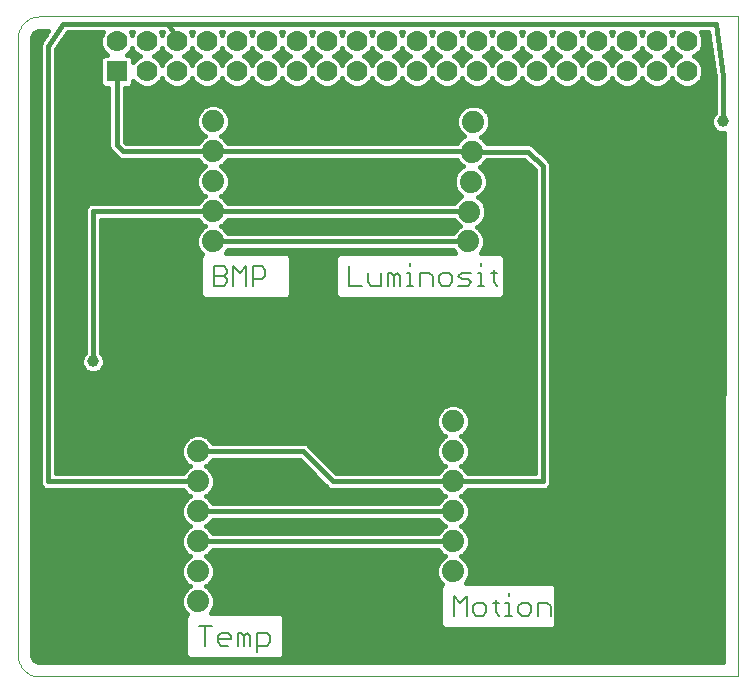
<source format=gtl>
G75*
%MOIN*%
%OFA0B0*%
%FSLAX24Y24*%
%IPPOS*%
%LPD*%
%AMOC8*
5,1,8,0,0,1.08239X$1,22.5*
%
%ADD10C,0.0000*%
%ADD11C,0.0060*%
%ADD12C,0.0740*%
%ADD13R,0.0700X0.0700*%
%ADD14C,0.0700*%
%ADD15C,0.0160*%
%ADD16C,0.0396*%
D10*
X001207Y000500D02*
X024492Y000500D01*
X024500Y022500D01*
X001207Y022500D01*
X001157Y022498D01*
X001106Y022493D01*
X001057Y022484D01*
X001008Y022471D01*
X000960Y022455D01*
X000913Y022436D01*
X000868Y022414D01*
X000825Y022388D01*
X000783Y022359D01*
X000744Y022327D01*
X000707Y022293D01*
X000673Y022256D01*
X000641Y022217D01*
X000612Y022175D01*
X000586Y022132D01*
X000564Y022087D01*
X000545Y022040D01*
X000529Y021992D01*
X000516Y021943D01*
X000507Y021894D01*
X000502Y021843D01*
X000500Y021793D01*
X000500Y001207D01*
X000502Y001157D01*
X000507Y001106D01*
X000516Y001057D01*
X000529Y001008D01*
X000545Y000960D01*
X000564Y000913D01*
X000586Y000868D01*
X000612Y000825D01*
X000641Y000783D01*
X000673Y000744D01*
X000707Y000707D01*
X000744Y000673D01*
X000783Y000641D01*
X000825Y000612D01*
X000868Y000586D01*
X000913Y000564D01*
X000960Y000545D01*
X001008Y000529D01*
X001057Y000516D01*
X001106Y000507D01*
X001157Y000502D01*
X001207Y000500D01*
D11*
X006530Y002171D02*
X006957Y002171D01*
X006744Y002171D02*
X006744Y001530D01*
X007175Y001637D02*
X007175Y001850D01*
X007281Y001957D01*
X007495Y001957D01*
X007602Y001850D01*
X007602Y001744D01*
X007175Y001744D01*
X007175Y001637D02*
X007281Y001530D01*
X007495Y001530D01*
X007819Y001530D02*
X007819Y001957D01*
X007926Y001957D01*
X008033Y001850D01*
X008139Y001957D01*
X008246Y001850D01*
X008246Y001530D01*
X008033Y001530D02*
X008033Y001850D01*
X008464Y001957D02*
X008784Y001957D01*
X008891Y001850D01*
X008891Y001637D01*
X008784Y001530D01*
X008464Y001530D01*
X008464Y001316D02*
X008464Y001957D01*
X015030Y002530D02*
X015030Y003171D01*
X015244Y002957D01*
X015457Y003171D01*
X015457Y002530D01*
X015675Y002637D02*
X015781Y002530D01*
X015995Y002530D01*
X016102Y002637D01*
X016102Y002850D01*
X015995Y002957D01*
X015781Y002957D01*
X015675Y002850D01*
X015675Y002637D01*
X016319Y002957D02*
X016533Y002957D01*
X016426Y003064D02*
X016426Y002637D01*
X016533Y002530D01*
X016749Y002530D02*
X016962Y002530D01*
X016856Y002530D02*
X016856Y002957D01*
X016749Y002957D01*
X016856Y003171D02*
X016856Y003277D01*
X017178Y002850D02*
X017285Y002957D01*
X017499Y002957D01*
X017606Y002850D01*
X017606Y002637D01*
X017499Y002530D01*
X017285Y002530D01*
X017178Y002637D01*
X017178Y002850D01*
X017823Y002957D02*
X017823Y002530D01*
X018250Y002530D02*
X018250Y002850D01*
X018143Y002957D01*
X017823Y002957D01*
X017007Y013316D02*
X016900Y013316D01*
X017007Y013316D02*
X017113Y013423D01*
X017113Y013957D01*
X016686Y013957D02*
X016686Y013637D01*
X016793Y013530D01*
X017113Y013530D01*
X016470Y013530D02*
X016363Y013637D01*
X016363Y014064D01*
X016257Y013957D02*
X016470Y013957D01*
X015934Y013957D02*
X015934Y013530D01*
X015827Y013530D02*
X016041Y013530D01*
X015934Y013957D02*
X015827Y013957D01*
X015609Y013957D02*
X015289Y013957D01*
X015182Y013850D01*
X015289Y013744D01*
X015503Y013744D01*
X015609Y013637D01*
X015503Y013530D01*
X015182Y013530D01*
X014965Y013637D02*
X014965Y013850D01*
X014858Y013957D01*
X014645Y013957D01*
X014538Y013850D01*
X014538Y013637D01*
X014645Y013530D01*
X014858Y013530D01*
X014965Y013637D01*
X014320Y013530D02*
X014320Y013850D01*
X014214Y013957D01*
X013893Y013957D01*
X013893Y013530D01*
X013677Y013530D02*
X013464Y013530D01*
X013570Y013530D02*
X013570Y013957D01*
X013464Y013957D01*
X013570Y014171D02*
X013570Y014277D01*
X013246Y013850D02*
X013246Y013530D01*
X013033Y013530D02*
X013033Y013850D01*
X013139Y013957D01*
X013246Y013850D01*
X013033Y013850D02*
X012926Y013957D01*
X012819Y013957D01*
X012819Y013530D01*
X012602Y013530D02*
X012602Y013957D01*
X012175Y013957D02*
X012175Y013637D01*
X012281Y013530D01*
X012602Y013530D01*
X011957Y013530D02*
X011530Y013530D01*
X011530Y014171D01*
X008746Y014064D02*
X008746Y013850D01*
X008639Y013744D01*
X008319Y013744D01*
X008319Y013530D02*
X008319Y014171D01*
X008639Y014171D01*
X008746Y014064D01*
X008102Y014171D02*
X008102Y013530D01*
X007675Y013530D02*
X007675Y014171D01*
X007888Y013957D01*
X008102Y014171D01*
X007457Y014064D02*
X007457Y013957D01*
X007350Y013850D01*
X007030Y013850D01*
X007030Y013530D02*
X007030Y014171D01*
X007350Y014171D01*
X007457Y014064D01*
X007350Y013850D02*
X007457Y013744D01*
X007457Y013637D01*
X007350Y013530D01*
X007030Y013530D01*
X015934Y014171D02*
X015934Y014277D01*
D12*
X015500Y015000D03*
X015544Y015999D03*
X015587Y016998D03*
X015631Y017997D03*
X015674Y018996D03*
X007000Y019000D03*
X007000Y018000D03*
X007000Y017000D03*
X007000Y016000D03*
X007000Y015000D03*
X015000Y009000D03*
X015000Y008000D03*
X015000Y007000D03*
X015000Y006000D03*
X015000Y005000D03*
X015000Y004000D03*
X006500Y004000D03*
X006500Y003000D03*
X006500Y005000D03*
X006500Y006000D03*
X006500Y007000D03*
X006500Y008000D03*
D13*
X003795Y020669D03*
D14*
X004795Y020669D03*
X005795Y020669D03*
X006795Y020669D03*
X007795Y020669D03*
X008795Y020669D03*
X009795Y020669D03*
X010795Y020669D03*
X011795Y020669D03*
X012795Y020669D03*
X013795Y020669D03*
X014795Y020669D03*
X015795Y020669D03*
X016795Y020669D03*
X017795Y020669D03*
X018795Y020669D03*
X019795Y020669D03*
X020795Y020669D03*
X021795Y020669D03*
X022795Y020669D03*
X022795Y021669D03*
X021795Y021669D03*
X020795Y021669D03*
X019795Y021669D03*
X018795Y021669D03*
X017795Y021669D03*
X016795Y021669D03*
X015795Y021669D03*
X014795Y021669D03*
X013795Y021669D03*
X012795Y021669D03*
X011795Y021669D03*
X010795Y021669D03*
X009795Y021669D03*
X008795Y021669D03*
X007795Y021669D03*
X006795Y021669D03*
X005795Y021669D03*
X004795Y021669D03*
X003795Y021669D03*
D15*
X004295Y021439D02*
X004329Y021358D01*
X004484Y021203D01*
X004565Y021169D01*
X004484Y021136D01*
X004345Y020997D01*
X004345Y021102D01*
X004228Y021219D01*
X004123Y021219D01*
X004262Y021358D01*
X004295Y021439D01*
X004288Y021422D02*
X004302Y021422D01*
X004423Y021264D02*
X004167Y021264D01*
X004342Y021105D02*
X004453Y021105D01*
X005025Y021169D02*
X005107Y021203D01*
X005262Y021358D01*
X005295Y021439D01*
X005329Y021358D01*
X005484Y021203D01*
X005565Y021169D01*
X005484Y021136D01*
X005329Y020981D01*
X005295Y020899D01*
X005262Y020981D01*
X005107Y021136D01*
X005025Y021169D01*
X005137Y021105D02*
X005453Y021105D01*
X005423Y021264D02*
X005167Y021264D01*
X005288Y021422D02*
X005302Y021422D01*
X005795Y021669D02*
X005795Y021795D01*
X005500Y022250D01*
X002000Y022250D01*
X001500Y021500D01*
X001500Y007000D01*
X006500Y007000D01*
X007070Y006999D02*
X010606Y006999D01*
X010764Y006840D02*
X007051Y006840D01*
X007070Y006887D02*
X007070Y007113D01*
X006983Y007323D01*
X006823Y007483D01*
X006782Y007500D01*
X006823Y007517D01*
X006983Y007677D01*
X007001Y007720D01*
X009884Y007720D01*
X010841Y006763D01*
X010944Y006720D01*
X014499Y006720D01*
X014517Y006677D01*
X014677Y006517D01*
X014718Y006500D01*
X014677Y006483D01*
X014517Y006323D01*
X014499Y006280D01*
X007001Y006280D01*
X006983Y006323D01*
X006823Y006483D01*
X006782Y006500D01*
X006823Y006517D01*
X006983Y006677D01*
X007070Y006887D01*
X006985Y006682D02*
X014515Y006682D01*
X014671Y006523D02*
X006829Y006523D01*
X006942Y006365D02*
X014558Y006365D01*
X015000Y006000D02*
X006500Y006000D01*
X007001Y005720D02*
X014499Y005720D01*
X014517Y005677D01*
X014677Y005517D01*
X014718Y005500D01*
X014677Y005483D01*
X014517Y005323D01*
X014499Y005280D01*
X007001Y005280D01*
X006983Y005323D01*
X006823Y005483D01*
X006782Y005500D01*
X006823Y005517D01*
X006983Y005677D01*
X007001Y005720D01*
X006878Y005572D02*
X014622Y005572D01*
X014607Y005414D02*
X006893Y005414D01*
X006500Y005000D02*
X015000Y005000D01*
X015526Y004780D02*
X024014Y004780D01*
X024014Y004938D02*
X015570Y004938D01*
X015570Y004887D02*
X015570Y005113D01*
X015483Y005323D01*
X015323Y005483D01*
X015282Y005500D01*
X015323Y005517D01*
X015483Y005677D01*
X015570Y005887D01*
X015570Y006113D01*
X015483Y006323D01*
X015323Y006483D01*
X015282Y006500D01*
X015323Y006517D01*
X015483Y006677D01*
X015501Y006720D01*
X018056Y006720D01*
X018159Y006763D01*
X018237Y006841D01*
X018280Y006944D01*
X018280Y017445D01*
X018280Y017446D01*
X018280Y017501D01*
X018280Y017556D01*
X018280Y017556D01*
X018280Y017557D01*
X018258Y017608D01*
X018237Y017659D01*
X018236Y017660D01*
X018197Y017699D01*
X018159Y017737D01*
X018158Y017738D01*
X017695Y018196D01*
X017656Y018235D01*
X017655Y018235D01*
X017654Y018235D01*
X017604Y018256D01*
X017553Y018277D01*
X017552Y018277D01*
X017551Y018277D01*
X017496Y018277D01*
X016132Y018277D01*
X016114Y018320D01*
X015954Y018480D01*
X015936Y018488D01*
X015997Y018513D01*
X016158Y018673D01*
X016244Y018883D01*
X016244Y019110D01*
X016158Y019319D01*
X015997Y019479D01*
X015788Y019566D01*
X015561Y019566D01*
X015352Y019479D01*
X015191Y019319D01*
X015104Y019110D01*
X015104Y018883D01*
X015191Y018673D01*
X015352Y018513D01*
X015369Y018506D01*
X015308Y018480D01*
X015148Y018320D01*
X015131Y018280D01*
X007501Y018280D01*
X007483Y018323D01*
X007323Y018483D01*
X007282Y018500D01*
X007323Y018517D01*
X007483Y018677D01*
X007570Y018887D01*
X007570Y019113D01*
X007483Y019323D01*
X007323Y019483D01*
X007113Y019570D01*
X006887Y019570D01*
X006677Y019483D01*
X006517Y019323D01*
X006430Y019113D01*
X006430Y018887D01*
X006517Y018677D01*
X006677Y018517D01*
X006718Y018500D01*
X006677Y018483D01*
X006517Y018323D01*
X006499Y018280D01*
X004116Y018280D01*
X004075Y018321D01*
X004075Y020119D01*
X004228Y020119D01*
X004345Y020236D01*
X004345Y020341D01*
X004484Y020203D01*
X004686Y020119D01*
X004905Y020119D01*
X005107Y020203D01*
X005262Y020358D01*
X005295Y020439D01*
X005329Y020358D01*
X005484Y020203D01*
X005686Y020119D01*
X005905Y020119D01*
X006107Y020203D01*
X006262Y020358D01*
X006295Y020439D01*
X006329Y020358D01*
X006484Y020203D01*
X006686Y020119D01*
X006905Y020119D01*
X007107Y020203D01*
X007262Y020358D01*
X007295Y020439D01*
X007329Y020358D01*
X007484Y020203D01*
X007686Y020119D01*
X007905Y020119D01*
X008107Y020203D01*
X008262Y020358D01*
X008295Y020439D01*
X008329Y020358D01*
X008484Y020203D01*
X008686Y020119D01*
X008905Y020119D01*
X009107Y020203D01*
X009262Y020358D01*
X009295Y020439D01*
X009329Y020358D01*
X009484Y020203D01*
X009686Y020119D01*
X009905Y020119D01*
X010107Y020203D01*
X010262Y020358D01*
X010295Y020439D01*
X010329Y020358D01*
X010484Y020203D01*
X010686Y020119D01*
X010905Y020119D01*
X011107Y020203D01*
X011262Y020358D01*
X011295Y020439D01*
X011329Y020358D01*
X011484Y020203D01*
X011686Y020119D01*
X011905Y020119D01*
X012107Y020203D01*
X012262Y020358D01*
X012295Y020439D01*
X012329Y020358D01*
X012484Y020203D01*
X012686Y020119D01*
X012905Y020119D01*
X013107Y020203D01*
X013262Y020358D01*
X013295Y020439D01*
X013329Y020358D01*
X013484Y020203D01*
X013686Y020119D01*
X013905Y020119D01*
X014107Y020203D01*
X014262Y020358D01*
X014295Y020439D01*
X014329Y020358D01*
X014484Y020203D01*
X014686Y020119D01*
X014905Y020119D01*
X015107Y020203D01*
X015262Y020358D01*
X015295Y020439D01*
X015329Y020358D01*
X015484Y020203D01*
X015686Y020119D01*
X015905Y020119D01*
X016107Y020203D01*
X016262Y020358D01*
X016295Y020439D01*
X016329Y020358D01*
X016484Y020203D01*
X016686Y020119D01*
X016905Y020119D01*
X017107Y020203D01*
X017262Y020358D01*
X017295Y020439D01*
X017329Y020358D01*
X017484Y020203D01*
X017686Y020119D01*
X017905Y020119D01*
X018107Y020203D01*
X018262Y020358D01*
X018295Y020439D01*
X018329Y020358D01*
X018484Y020203D01*
X018686Y020119D01*
X018905Y020119D01*
X019107Y020203D01*
X019262Y020358D01*
X019295Y020439D01*
X019329Y020358D01*
X019484Y020203D01*
X019686Y020119D01*
X019905Y020119D01*
X020107Y020203D01*
X020262Y020358D01*
X020295Y020439D01*
X020329Y020358D01*
X020484Y020203D01*
X020686Y020119D01*
X020905Y020119D01*
X021107Y020203D01*
X021262Y020358D01*
X021295Y020439D01*
X021329Y020358D01*
X021484Y020203D01*
X021686Y020119D01*
X021905Y020119D01*
X022107Y020203D01*
X022262Y020358D01*
X022295Y020439D01*
X022329Y020358D01*
X022484Y020203D01*
X022686Y020119D01*
X022905Y020119D01*
X023107Y020203D01*
X023262Y020358D01*
X023345Y020560D01*
X023345Y020779D01*
X023262Y020981D01*
X023107Y021136D01*
X023025Y021169D01*
X023107Y021203D01*
X023262Y021358D01*
X023345Y021560D01*
X023345Y021779D01*
X023266Y021970D01*
X023507Y021970D01*
X023720Y020480D01*
X023720Y019283D01*
X023662Y019226D01*
X023602Y019079D01*
X023602Y018921D01*
X023662Y018774D01*
X023774Y018662D01*
X023921Y018602D01*
X024019Y018602D01*
X024012Y000980D01*
X001207Y000980D01*
X001172Y000983D01*
X001104Y001005D01*
X001047Y001047D01*
X001005Y001104D01*
X000983Y001172D01*
X000980Y001207D01*
X000980Y021793D01*
X000983Y021828D01*
X001005Y021896D01*
X001047Y021953D01*
X001104Y021995D01*
X001172Y022017D01*
X001207Y022020D01*
X001510Y022020D01*
X001282Y021678D01*
X001263Y021659D01*
X001252Y021632D01*
X001236Y021609D01*
X001231Y021582D01*
X001220Y021556D01*
X001220Y021527D01*
X001215Y021500D01*
X001220Y021472D01*
X001220Y006944D01*
X001263Y006841D01*
X001341Y006763D01*
X001444Y006720D01*
X005999Y006720D01*
X006017Y006677D01*
X006177Y006517D01*
X006218Y006500D01*
X006177Y006483D01*
X006017Y006323D01*
X005930Y006113D01*
X005930Y005887D01*
X006017Y005677D01*
X006177Y005517D01*
X006218Y005500D01*
X006177Y005483D01*
X006017Y005323D01*
X005930Y005113D01*
X005930Y004887D01*
X006017Y004677D01*
X006177Y004517D01*
X006218Y004500D01*
X006177Y004483D01*
X006017Y004323D01*
X005930Y004113D01*
X005930Y003887D01*
X006017Y003677D01*
X006177Y003517D01*
X006218Y003500D01*
X006177Y003483D01*
X006017Y003323D01*
X005930Y003113D01*
X005930Y002887D01*
X006017Y002677D01*
X006122Y002572D01*
X006117Y002567D01*
X006103Y002549D01*
X006091Y002530D01*
X006082Y002510D01*
X006074Y002489D01*
X006069Y002467D01*
X006067Y002445D01*
X006067Y001255D01*
X006069Y001233D01*
X006074Y001211D01*
X006082Y001190D01*
X006091Y001170D01*
X006103Y001151D01*
X006117Y001133D01*
X006133Y001117D01*
X006151Y001103D01*
X006170Y001091D01*
X006190Y001082D01*
X006211Y001074D01*
X006233Y001069D01*
X006255Y001067D01*
X009194Y001067D01*
X009216Y001069D01*
X009238Y001074D01*
X009259Y001082D01*
X009280Y001091D01*
X009299Y001103D01*
X009316Y001117D01*
X009332Y001133D01*
X009346Y001151D01*
X009358Y001170D01*
X009368Y001190D01*
X009375Y001211D01*
X009380Y001233D01*
X009383Y001255D01*
X009383Y002445D01*
X009380Y002467D01*
X009375Y002489D01*
X009368Y002510D01*
X009358Y002530D01*
X009346Y002549D01*
X009332Y002567D01*
X009316Y002583D01*
X009299Y002597D01*
X009280Y002609D01*
X009259Y002618D01*
X009238Y002626D01*
X009216Y002631D01*
X009194Y002633D01*
X006939Y002633D01*
X006983Y002677D01*
X007070Y002887D01*
X007070Y003113D01*
X006983Y003323D01*
X006823Y003483D01*
X006782Y003500D01*
X006823Y003517D01*
X006983Y003677D01*
X007070Y003887D01*
X007070Y004113D01*
X006983Y004323D01*
X006823Y004483D01*
X006782Y004500D01*
X006823Y004517D01*
X006983Y004677D01*
X007001Y004720D01*
X014499Y004720D01*
X014517Y004677D01*
X014677Y004517D01*
X014718Y004500D01*
X014677Y004483D01*
X014517Y004323D01*
X014430Y004113D01*
X014430Y003887D01*
X014517Y003677D01*
X014622Y003572D01*
X014617Y003567D01*
X014603Y003549D01*
X014591Y003530D01*
X014582Y003510D01*
X014574Y003489D01*
X014569Y003467D01*
X014567Y003445D01*
X014567Y002255D01*
X014569Y002233D01*
X014574Y002211D01*
X014582Y002190D01*
X014591Y002170D01*
X014603Y002151D01*
X014617Y002133D01*
X014633Y002117D01*
X014651Y002103D01*
X014670Y002091D01*
X014690Y002082D01*
X014711Y002074D01*
X014733Y002069D01*
X014755Y002067D01*
X018253Y002067D01*
X018275Y002069D01*
X018297Y002074D01*
X018318Y002082D01*
X018338Y002091D01*
X018357Y002103D01*
X018375Y002117D01*
X018391Y002133D01*
X018405Y002151D01*
X018417Y002170D01*
X018426Y002190D01*
X018434Y002211D01*
X018439Y002233D01*
X018441Y002255D01*
X018441Y003445D01*
X018439Y003467D01*
X018434Y003489D01*
X018426Y003510D01*
X018417Y003530D01*
X018405Y003549D01*
X018391Y003567D01*
X018375Y003583D01*
X018357Y003597D01*
X018338Y003609D01*
X018318Y003618D01*
X018297Y003626D01*
X018275Y003631D01*
X018253Y003633D01*
X015439Y003633D01*
X015483Y003677D01*
X015570Y003887D01*
X015570Y004113D01*
X015483Y004323D01*
X015323Y004483D01*
X015282Y004500D01*
X015323Y004517D01*
X015483Y004677D01*
X015570Y004887D01*
X015570Y005097D02*
X024014Y005097D01*
X024014Y005255D02*
X015511Y005255D01*
X015393Y005414D02*
X024014Y005414D01*
X024014Y005572D02*
X015378Y005572D01*
X015505Y005731D02*
X024014Y005731D01*
X024014Y005889D02*
X015570Y005889D01*
X015570Y006048D02*
X024014Y006048D01*
X024014Y006206D02*
X015532Y006206D01*
X015442Y006365D02*
X024014Y006365D01*
X024014Y006523D02*
X015329Y006523D01*
X015485Y006682D02*
X024014Y006682D01*
X024014Y006840D02*
X018236Y006840D01*
X018280Y006999D02*
X024014Y006999D01*
X024015Y007157D02*
X018280Y007157D01*
X018280Y007316D02*
X024015Y007316D01*
X024015Y007474D02*
X018280Y007474D01*
X018280Y007633D02*
X024015Y007633D01*
X024015Y007791D02*
X018280Y007791D01*
X018280Y007950D02*
X024015Y007950D01*
X024015Y008108D02*
X018280Y008108D01*
X018280Y008267D02*
X024015Y008267D01*
X024015Y008425D02*
X018280Y008425D01*
X018280Y008584D02*
X024015Y008584D01*
X024015Y008742D02*
X018280Y008742D01*
X018280Y008901D02*
X024015Y008901D01*
X024015Y009059D02*
X018280Y009059D01*
X018280Y009218D02*
X024015Y009218D01*
X024015Y009376D02*
X018280Y009376D01*
X018280Y009535D02*
X024015Y009535D01*
X024015Y009693D02*
X018280Y009693D01*
X018280Y009852D02*
X024015Y009852D01*
X024016Y010010D02*
X018280Y010010D01*
X018280Y010169D02*
X024016Y010169D01*
X024016Y010327D02*
X018280Y010327D01*
X018280Y010486D02*
X024016Y010486D01*
X024016Y010644D02*
X018280Y010644D01*
X018280Y010803D02*
X024016Y010803D01*
X024016Y010961D02*
X018280Y010961D01*
X018280Y011120D02*
X024016Y011120D01*
X024016Y011278D02*
X018280Y011278D01*
X018280Y011437D02*
X024016Y011437D01*
X024016Y011595D02*
X018280Y011595D01*
X018280Y011754D02*
X024016Y011754D01*
X024016Y011912D02*
X018280Y011912D01*
X018280Y012071D02*
X024016Y012071D01*
X024016Y012229D02*
X018280Y012229D01*
X018280Y012388D02*
X024016Y012388D01*
X024016Y012546D02*
X018280Y012546D01*
X018280Y012705D02*
X024016Y012705D01*
X024017Y012863D02*
X018280Y012863D01*
X018280Y013022D02*
X024017Y013022D01*
X024017Y013180D02*
X018280Y013180D01*
X018280Y013339D02*
X024017Y013339D01*
X024017Y013497D02*
X018280Y013497D01*
X018280Y013656D02*
X024017Y013656D01*
X024017Y013814D02*
X018280Y013814D01*
X018280Y013973D02*
X024017Y013973D01*
X024017Y014131D02*
X018280Y014131D01*
X018280Y014290D02*
X024017Y014290D01*
X024017Y014448D02*
X018280Y014448D01*
X018280Y014607D02*
X024017Y014607D01*
X024017Y014765D02*
X018280Y014765D01*
X018280Y014924D02*
X024017Y014924D01*
X024017Y015082D02*
X018280Y015082D01*
X018280Y015241D02*
X024017Y015241D01*
X024017Y015399D02*
X018280Y015399D01*
X018280Y015558D02*
X024018Y015558D01*
X024018Y015716D02*
X018280Y015716D01*
X018280Y015875D02*
X024018Y015875D01*
X024018Y016033D02*
X018280Y016033D01*
X018280Y016192D02*
X024018Y016192D01*
X024018Y016350D02*
X018280Y016350D01*
X018280Y016509D02*
X024018Y016509D01*
X024018Y016667D02*
X018280Y016667D01*
X018280Y016826D02*
X024018Y016826D01*
X024018Y016984D02*
X018280Y016984D01*
X018280Y017143D02*
X024018Y017143D01*
X024018Y017301D02*
X018280Y017301D01*
X018280Y017460D02*
X024018Y017460D01*
X024018Y017618D02*
X018254Y017618D01*
X018237Y017659D02*
X018237Y017659D01*
X018119Y017777D02*
X024018Y017777D01*
X024018Y017935D02*
X017958Y017935D01*
X017798Y018094D02*
X024018Y018094D01*
X024018Y018252D02*
X017614Y018252D01*
X017497Y017997D02*
X018000Y017500D01*
X018000Y007000D01*
X015000Y007000D01*
X011000Y007000D01*
X010000Y008000D01*
X006500Y008000D01*
X007001Y008280D02*
X006983Y008323D01*
X006823Y008483D01*
X006613Y008570D01*
X006387Y008570D01*
X006177Y008483D01*
X006017Y008323D01*
X005930Y008113D01*
X005930Y007887D01*
X006017Y007677D01*
X006177Y007517D01*
X006218Y007500D01*
X006177Y007483D01*
X006017Y007323D01*
X005999Y007280D01*
X001780Y007280D01*
X001780Y021415D01*
X002150Y021970D01*
X003325Y021970D01*
X003245Y021779D01*
X003245Y021560D01*
X003329Y021358D01*
X003467Y021219D01*
X003362Y021219D01*
X003245Y021102D01*
X003245Y020236D01*
X003362Y020119D01*
X003515Y020119D01*
X003515Y018149D01*
X003558Y018046D01*
X003763Y017841D01*
X003841Y017763D01*
X003944Y017720D01*
X006499Y017720D01*
X006517Y017677D01*
X006677Y017517D01*
X006718Y017500D01*
X006677Y017483D01*
X006517Y017323D01*
X006430Y017113D01*
X006430Y016887D01*
X006517Y016677D01*
X006677Y016517D01*
X006718Y016500D01*
X006677Y016483D01*
X006517Y016323D01*
X006499Y016280D01*
X002944Y016280D01*
X002841Y016237D01*
X002763Y016159D01*
X002720Y016056D01*
X002720Y011283D01*
X002662Y011226D01*
X002602Y011079D01*
X002602Y010921D01*
X002662Y010774D01*
X002774Y010662D01*
X002921Y010602D01*
X003079Y010602D01*
X003226Y010662D01*
X003338Y010774D01*
X003398Y010921D01*
X003398Y011079D01*
X003338Y011226D01*
X003280Y011283D01*
X003280Y015720D01*
X006499Y015720D01*
X006517Y015677D01*
X006677Y015517D01*
X006718Y015500D01*
X006677Y015483D01*
X006517Y015323D01*
X006430Y015113D01*
X006430Y014887D01*
X006517Y014677D01*
X006622Y014572D01*
X006617Y014567D01*
X006603Y014549D01*
X006591Y014530D01*
X006582Y014510D01*
X006574Y014489D01*
X006569Y014467D01*
X006567Y014445D01*
X006567Y013255D01*
X006569Y013233D01*
X006574Y013211D01*
X006582Y013190D01*
X006591Y013170D01*
X006603Y013151D01*
X006617Y013133D01*
X006633Y013117D01*
X006651Y013103D01*
X006670Y013091D01*
X006690Y013082D01*
X006711Y013074D01*
X006733Y013069D01*
X006755Y013067D01*
X009413Y013067D01*
X009435Y013069D01*
X009457Y013074D01*
X009478Y013082D01*
X009498Y013091D01*
X009517Y013103D01*
X009535Y013117D01*
X009551Y013133D01*
X009565Y013151D01*
X009577Y013170D01*
X009587Y013190D01*
X009594Y013211D01*
X009599Y013233D01*
X009602Y013255D01*
X009602Y014445D01*
X009599Y014467D01*
X009594Y014489D01*
X009587Y014510D01*
X009577Y014530D01*
X009565Y014549D01*
X009551Y014567D01*
X009535Y014583D01*
X009517Y014597D01*
X009498Y014609D01*
X009478Y014618D01*
X009457Y014626D01*
X009435Y014631D01*
X009413Y014633D01*
X007439Y014633D01*
X007483Y014677D01*
X007501Y014720D01*
X014999Y014720D01*
X015017Y014677D01*
X015061Y014633D01*
X011255Y014633D01*
X011233Y014631D01*
X011211Y014626D01*
X011190Y014618D01*
X011170Y014609D01*
X011151Y014597D01*
X011133Y014583D01*
X011117Y014567D01*
X011103Y014549D01*
X011091Y014530D01*
X011082Y014510D01*
X011074Y014489D01*
X011069Y014467D01*
X011067Y014445D01*
X011067Y013255D01*
X011069Y013233D01*
X011074Y013211D01*
X011082Y013190D01*
X011091Y013170D01*
X011103Y013151D01*
X011117Y013133D01*
X011133Y013117D01*
X011151Y013103D01*
X011170Y013091D01*
X011190Y013082D01*
X011211Y013074D01*
X011233Y013069D01*
X011255Y013067D01*
X016538Y013067D01*
X016560Y013069D01*
X016582Y013074D01*
X016603Y013082D01*
X016623Y013091D01*
X016643Y013103D01*
X016660Y013117D01*
X016676Y013133D01*
X016690Y013151D01*
X016702Y013170D01*
X016712Y013190D01*
X016719Y013211D01*
X016724Y013233D01*
X016727Y013255D01*
X016727Y014445D01*
X016724Y014467D01*
X016719Y014489D01*
X016712Y014510D01*
X016702Y014530D01*
X016690Y014549D01*
X016676Y014567D01*
X016660Y014583D01*
X016643Y014597D01*
X016623Y014609D01*
X016603Y014618D01*
X016582Y014626D01*
X016560Y014631D01*
X016538Y014633D01*
X015939Y014633D01*
X015983Y014677D01*
X016070Y014887D01*
X016070Y015113D01*
X015983Y015323D01*
X015823Y015483D01*
X015805Y015490D01*
X015866Y015516D01*
X016027Y015676D01*
X016114Y015886D01*
X016114Y016112D01*
X016027Y016322D01*
X015866Y016482D01*
X015849Y016490D01*
X015910Y016515D01*
X016070Y016675D01*
X016157Y016885D01*
X016157Y017111D01*
X016070Y017321D01*
X015910Y017481D01*
X015893Y017489D01*
X015954Y017514D01*
X016114Y017674D01*
X016132Y017717D01*
X017382Y017717D01*
X017720Y017383D01*
X017720Y007280D01*
X015501Y007280D01*
X015483Y007323D01*
X015323Y007483D01*
X015282Y007500D01*
X015323Y007517D01*
X015483Y007677D01*
X015570Y007887D01*
X015570Y008113D01*
X015483Y008323D01*
X015323Y008483D01*
X015282Y008500D01*
X015323Y008517D01*
X015483Y008677D01*
X015570Y008887D01*
X015570Y009113D01*
X015483Y009323D01*
X015323Y009483D01*
X015113Y009570D01*
X014887Y009570D01*
X014677Y009483D01*
X014517Y009323D01*
X014430Y009113D01*
X014430Y008887D01*
X014517Y008677D01*
X014677Y008517D01*
X014718Y008500D01*
X014677Y008483D01*
X014517Y008323D01*
X014430Y008113D01*
X014430Y007887D01*
X014517Y007677D01*
X014677Y007517D01*
X014718Y007500D01*
X014677Y007483D01*
X014517Y007323D01*
X014499Y007280D01*
X011116Y007280D01*
X010237Y008159D01*
X010159Y008237D01*
X010056Y008280D01*
X007001Y008280D01*
X006881Y008425D02*
X014619Y008425D01*
X014610Y008584D02*
X001780Y008584D01*
X001780Y008742D02*
X014490Y008742D01*
X014430Y008901D02*
X001780Y008901D01*
X001780Y009059D02*
X014430Y009059D01*
X014473Y009218D02*
X001780Y009218D01*
X001780Y009376D02*
X014570Y009376D01*
X014801Y009535D02*
X001780Y009535D01*
X001780Y009693D02*
X017720Y009693D01*
X017720Y009535D02*
X015199Y009535D01*
X015430Y009376D02*
X017720Y009376D01*
X017720Y009218D02*
X015527Y009218D01*
X015570Y009059D02*
X017720Y009059D01*
X017720Y008901D02*
X015570Y008901D01*
X015510Y008742D02*
X017720Y008742D01*
X017720Y008584D02*
X015390Y008584D01*
X015381Y008425D02*
X017720Y008425D01*
X017720Y008267D02*
X015507Y008267D01*
X015570Y008108D02*
X017720Y008108D01*
X017720Y007950D02*
X015570Y007950D01*
X015530Y007791D02*
X017720Y007791D01*
X017720Y007633D02*
X015439Y007633D01*
X015332Y007474D02*
X017720Y007474D01*
X017720Y007316D02*
X015486Y007316D01*
X014668Y007474D02*
X010922Y007474D01*
X011080Y007316D02*
X014514Y007316D01*
X014561Y007633D02*
X010763Y007633D01*
X010605Y007791D02*
X014470Y007791D01*
X014430Y007950D02*
X010446Y007950D01*
X010288Y008108D02*
X014430Y008108D01*
X014493Y008267D02*
X010088Y008267D01*
X009972Y007633D02*
X006939Y007633D01*
X006832Y007474D02*
X010130Y007474D01*
X010289Y007316D02*
X006986Y007316D01*
X007052Y007157D02*
X010447Y007157D01*
X006927Y004621D02*
X014573Y004621D01*
X014656Y004463D02*
X006844Y004463D01*
X006991Y004304D02*
X014509Y004304D01*
X014443Y004146D02*
X007057Y004146D01*
X007070Y003987D02*
X014430Y003987D01*
X014454Y003829D02*
X007046Y003829D01*
X006976Y003670D02*
X014524Y003670D01*
X014582Y003512D02*
X006810Y003512D01*
X006953Y003353D02*
X014567Y003353D01*
X014567Y003195D02*
X007036Y003195D01*
X007070Y003036D02*
X014567Y003036D01*
X014567Y002878D02*
X007066Y002878D01*
X007001Y002719D02*
X014567Y002719D01*
X014567Y002561D02*
X009337Y002561D01*
X009383Y002402D02*
X014567Y002402D01*
X014568Y002244D02*
X009383Y002244D01*
X009383Y002085D02*
X014683Y002085D01*
X015476Y003670D02*
X024013Y003670D01*
X024013Y003512D02*
X018426Y003512D01*
X018441Y003353D02*
X024013Y003353D01*
X024013Y003195D02*
X018441Y003195D01*
X018441Y003036D02*
X024013Y003036D01*
X024013Y002878D02*
X018441Y002878D01*
X018441Y002719D02*
X024013Y002719D01*
X024013Y002561D02*
X018441Y002561D01*
X018441Y002402D02*
X024013Y002402D01*
X024013Y002244D02*
X018440Y002244D01*
X018325Y002085D02*
X024013Y002085D01*
X024013Y001927D02*
X009383Y001927D01*
X009383Y001768D02*
X024013Y001768D01*
X024013Y001610D02*
X009383Y001610D01*
X009383Y001451D02*
X024012Y001451D01*
X024012Y001293D02*
X009383Y001293D01*
X009333Y001134D02*
X024012Y001134D01*
X024013Y003829D02*
X015546Y003829D01*
X015570Y003987D02*
X024013Y003987D01*
X024013Y004146D02*
X015557Y004146D01*
X015491Y004304D02*
X024013Y004304D01*
X024014Y004463D02*
X015344Y004463D01*
X015427Y004621D02*
X024014Y004621D01*
X017720Y009852D02*
X001780Y009852D01*
X001780Y010010D02*
X017720Y010010D01*
X017720Y010169D02*
X001780Y010169D01*
X001780Y010327D02*
X017720Y010327D01*
X017720Y010486D02*
X001780Y010486D01*
X001780Y010644D02*
X002819Y010644D01*
X002651Y010803D02*
X001780Y010803D01*
X001780Y010961D02*
X002602Y010961D01*
X002619Y011120D02*
X001780Y011120D01*
X001780Y011278D02*
X002715Y011278D01*
X002720Y011437D02*
X001780Y011437D01*
X001780Y011595D02*
X002720Y011595D01*
X002720Y011754D02*
X001780Y011754D01*
X001780Y011912D02*
X002720Y011912D01*
X002720Y012071D02*
X001780Y012071D01*
X001780Y012229D02*
X002720Y012229D01*
X002720Y012388D02*
X001780Y012388D01*
X001780Y012546D02*
X002720Y012546D01*
X002720Y012705D02*
X001780Y012705D01*
X001780Y012863D02*
X002720Y012863D01*
X002720Y013022D02*
X001780Y013022D01*
X001780Y013180D02*
X002720Y013180D01*
X002720Y013339D02*
X001780Y013339D01*
X001780Y013497D02*
X002720Y013497D01*
X002720Y013656D02*
X001780Y013656D01*
X001780Y013814D02*
X002720Y013814D01*
X002720Y013973D02*
X001780Y013973D01*
X001780Y014131D02*
X002720Y014131D01*
X002720Y014290D02*
X001780Y014290D01*
X001780Y014448D02*
X002720Y014448D01*
X002720Y014607D02*
X001780Y014607D01*
X001780Y014765D02*
X002720Y014765D01*
X002720Y014924D02*
X001780Y014924D01*
X001780Y015082D02*
X002720Y015082D01*
X002720Y015241D02*
X001780Y015241D01*
X001780Y015399D02*
X002720Y015399D01*
X002720Y015558D02*
X001780Y015558D01*
X001780Y015716D02*
X002720Y015716D01*
X002720Y015875D02*
X001780Y015875D01*
X001780Y016033D02*
X002720Y016033D01*
X002796Y016192D02*
X001780Y016192D01*
X001780Y016350D02*
X006544Y016350D01*
X006697Y016509D02*
X001780Y016509D01*
X001780Y016667D02*
X006527Y016667D01*
X006455Y016826D02*
X001780Y016826D01*
X001780Y016984D02*
X006430Y016984D01*
X006442Y017143D02*
X001780Y017143D01*
X001780Y017301D02*
X006508Y017301D01*
X006653Y017460D02*
X001780Y017460D01*
X001780Y017618D02*
X006576Y017618D01*
X007000Y018000D02*
X015628Y018000D01*
X015631Y017997D01*
X017497Y017997D01*
X017482Y017618D02*
X016058Y017618D01*
X015932Y017460D02*
X017643Y017460D01*
X017720Y017301D02*
X016079Y017301D01*
X016144Y017143D02*
X017720Y017143D01*
X017720Y016984D02*
X016157Y016984D01*
X016133Y016826D02*
X017720Y016826D01*
X017720Y016667D02*
X016062Y016667D01*
X015895Y016509D02*
X017720Y016509D01*
X017720Y016350D02*
X015999Y016350D01*
X016081Y016192D02*
X017720Y016192D01*
X017720Y016033D02*
X016114Y016033D01*
X016109Y015875D02*
X017720Y015875D01*
X017720Y015716D02*
X016043Y015716D01*
X015908Y015558D02*
X017720Y015558D01*
X017720Y015399D02*
X015907Y015399D01*
X016017Y015241D02*
X017720Y015241D01*
X017720Y015082D02*
X016070Y015082D01*
X016070Y014924D02*
X017720Y014924D01*
X017720Y014765D02*
X016020Y014765D01*
X015500Y015000D02*
X007000Y015000D01*
X007407Y015399D02*
X015093Y015399D01*
X015017Y015323D02*
X014999Y015280D01*
X007501Y015280D01*
X007483Y015323D01*
X007323Y015483D01*
X007282Y015500D01*
X007323Y015517D01*
X007483Y015677D01*
X007501Y015720D01*
X015042Y015720D01*
X015060Y015676D01*
X015221Y015516D01*
X015238Y015509D01*
X015177Y015483D01*
X015017Y015323D01*
X015179Y015558D02*
X007364Y015558D01*
X007499Y015716D02*
X015044Y015716D01*
X015543Y016000D02*
X015544Y015999D01*
X015543Y016000D02*
X007000Y016000D01*
X003000Y016000D01*
X003000Y011000D01*
X003285Y011278D02*
X017720Y011278D01*
X017720Y011120D02*
X003381Y011120D01*
X003398Y010961D02*
X017720Y010961D01*
X017720Y010803D02*
X003349Y010803D01*
X003181Y010644D02*
X017720Y010644D01*
X017720Y011437D02*
X003280Y011437D01*
X003280Y011595D02*
X017720Y011595D01*
X017720Y011754D02*
X003280Y011754D01*
X003280Y011912D02*
X017720Y011912D01*
X017720Y012071D02*
X003280Y012071D01*
X003280Y012229D02*
X017720Y012229D01*
X017720Y012388D02*
X003280Y012388D01*
X003280Y012546D02*
X017720Y012546D01*
X017720Y012705D02*
X003280Y012705D01*
X003280Y012863D02*
X017720Y012863D01*
X017720Y013022D02*
X003280Y013022D01*
X003280Y013180D02*
X006586Y013180D01*
X006567Y013339D02*
X003280Y013339D01*
X003280Y013497D02*
X006567Y013497D01*
X006567Y013656D02*
X003280Y013656D01*
X003280Y013814D02*
X006567Y013814D01*
X006567Y013973D02*
X003280Y013973D01*
X003280Y014131D02*
X006567Y014131D01*
X006567Y014290D02*
X003280Y014290D01*
X003280Y014448D02*
X006567Y014448D01*
X006587Y014607D02*
X003280Y014607D01*
X003280Y014765D02*
X006480Y014765D01*
X006430Y014924D02*
X003280Y014924D01*
X003280Y015082D02*
X006430Y015082D01*
X006483Y015241D02*
X003280Y015241D01*
X003280Y015399D02*
X006593Y015399D01*
X006636Y015558D02*
X003280Y015558D01*
X003280Y015716D02*
X006501Y015716D01*
X007323Y016483D02*
X007483Y016323D01*
X007501Y016280D01*
X015043Y016280D01*
X015060Y016322D01*
X015221Y016482D01*
X015282Y016508D01*
X015264Y016515D01*
X015104Y016675D01*
X015017Y016885D01*
X015017Y017111D01*
X015104Y017321D01*
X015264Y017481D01*
X015326Y017507D01*
X015308Y017514D01*
X015148Y017674D01*
X015129Y017720D01*
X007501Y017720D01*
X007483Y017677D01*
X007323Y017517D01*
X007282Y017500D01*
X007323Y017483D01*
X007483Y017323D01*
X007570Y017113D01*
X007570Y016887D01*
X007483Y016677D01*
X007323Y016517D01*
X007282Y016500D01*
X007323Y016483D01*
X007303Y016509D02*
X015280Y016509D01*
X015112Y016667D02*
X007473Y016667D01*
X007545Y016826D02*
X015042Y016826D01*
X015017Y016984D02*
X007570Y016984D01*
X007558Y017143D02*
X015030Y017143D01*
X015096Y017301D02*
X007492Y017301D01*
X007347Y017460D02*
X015243Y017460D01*
X015204Y017618D02*
X007424Y017618D01*
X007000Y018000D02*
X004000Y018000D01*
X003795Y018205D01*
X003795Y020669D01*
X003245Y020630D02*
X001780Y020630D01*
X001780Y020788D02*
X003245Y020788D01*
X003245Y020947D02*
X001780Y020947D01*
X001780Y021105D02*
X003248Y021105D01*
X003423Y021264D02*
X001780Y021264D01*
X001785Y021422D02*
X003302Y021422D01*
X003245Y021581D02*
X001890Y021581D01*
X001996Y021739D02*
X003245Y021739D01*
X003295Y021898D02*
X002102Y021898D01*
X001429Y021898D02*
X001006Y021898D01*
X000980Y021739D02*
X001323Y021739D01*
X001230Y021581D02*
X000980Y021581D01*
X000980Y021422D02*
X001220Y021422D01*
X001220Y021264D02*
X000980Y021264D01*
X000980Y021105D02*
X001220Y021105D01*
X001220Y020947D02*
X000980Y020947D01*
X000980Y020788D02*
X001220Y020788D01*
X001220Y020630D02*
X000980Y020630D01*
X000980Y020471D02*
X001220Y020471D01*
X001220Y020313D02*
X000980Y020313D01*
X000980Y020154D02*
X001220Y020154D01*
X001220Y019996D02*
X000980Y019996D01*
X000980Y019837D02*
X001220Y019837D01*
X001220Y019679D02*
X000980Y019679D01*
X000980Y019520D02*
X001220Y019520D01*
X001220Y019362D02*
X000980Y019362D01*
X000980Y019203D02*
X001220Y019203D01*
X001220Y019045D02*
X000980Y019045D01*
X000980Y018886D02*
X001220Y018886D01*
X001220Y018728D02*
X000980Y018728D01*
X000980Y018569D02*
X001220Y018569D01*
X001220Y018411D02*
X000980Y018411D01*
X000980Y018252D02*
X001220Y018252D01*
X001220Y018094D02*
X000980Y018094D01*
X000980Y017935D02*
X001220Y017935D01*
X001220Y017777D02*
X000980Y017777D01*
X000980Y017618D02*
X001220Y017618D01*
X001220Y017460D02*
X000980Y017460D01*
X000980Y017301D02*
X001220Y017301D01*
X001220Y017143D02*
X000980Y017143D01*
X000980Y016984D02*
X001220Y016984D01*
X001220Y016826D02*
X000980Y016826D01*
X000980Y016667D02*
X001220Y016667D01*
X001220Y016509D02*
X000980Y016509D01*
X000980Y016350D02*
X001220Y016350D01*
X001220Y016192D02*
X000980Y016192D01*
X000980Y016033D02*
X001220Y016033D01*
X001220Y015875D02*
X000980Y015875D01*
X000980Y015716D02*
X001220Y015716D01*
X001220Y015558D02*
X000980Y015558D01*
X000980Y015399D02*
X001220Y015399D01*
X001220Y015241D02*
X000980Y015241D01*
X000980Y015082D02*
X001220Y015082D01*
X001220Y014924D02*
X000980Y014924D01*
X000980Y014765D02*
X001220Y014765D01*
X001220Y014607D02*
X000980Y014607D01*
X000980Y014448D02*
X001220Y014448D01*
X001220Y014290D02*
X000980Y014290D01*
X000980Y014131D02*
X001220Y014131D01*
X001220Y013973D02*
X000980Y013973D01*
X000980Y013814D02*
X001220Y013814D01*
X001220Y013656D02*
X000980Y013656D01*
X000980Y013497D02*
X001220Y013497D01*
X001220Y013339D02*
X000980Y013339D01*
X000980Y013180D02*
X001220Y013180D01*
X001220Y013022D02*
X000980Y013022D01*
X000980Y012863D02*
X001220Y012863D01*
X001220Y012705D02*
X000980Y012705D01*
X000980Y012546D02*
X001220Y012546D01*
X001220Y012388D02*
X000980Y012388D01*
X000980Y012229D02*
X001220Y012229D01*
X001220Y012071D02*
X000980Y012071D01*
X000980Y011912D02*
X001220Y011912D01*
X001220Y011754D02*
X000980Y011754D01*
X000980Y011595D02*
X001220Y011595D01*
X001220Y011437D02*
X000980Y011437D01*
X000980Y011278D02*
X001220Y011278D01*
X001220Y011120D02*
X000980Y011120D01*
X000980Y010961D02*
X001220Y010961D01*
X001220Y010803D02*
X000980Y010803D01*
X000980Y010644D02*
X001220Y010644D01*
X001220Y010486D02*
X000980Y010486D01*
X000980Y010327D02*
X001220Y010327D01*
X001220Y010169D02*
X000980Y010169D01*
X000980Y010010D02*
X001220Y010010D01*
X001220Y009852D02*
X000980Y009852D01*
X000980Y009693D02*
X001220Y009693D01*
X001220Y009535D02*
X000980Y009535D01*
X000980Y009376D02*
X001220Y009376D01*
X001220Y009218D02*
X000980Y009218D01*
X000980Y009059D02*
X001220Y009059D01*
X001220Y008901D02*
X000980Y008901D01*
X000980Y008742D02*
X001220Y008742D01*
X001220Y008584D02*
X000980Y008584D01*
X000980Y008425D02*
X001220Y008425D01*
X001220Y008267D02*
X000980Y008267D01*
X000980Y008108D02*
X001220Y008108D01*
X001220Y007950D02*
X000980Y007950D01*
X000980Y007791D02*
X001220Y007791D01*
X001220Y007633D02*
X000980Y007633D01*
X000980Y007474D02*
X001220Y007474D01*
X001220Y007316D02*
X000980Y007316D01*
X000980Y007157D02*
X001220Y007157D01*
X001220Y006999D02*
X000980Y006999D01*
X000980Y006840D02*
X001264Y006840D01*
X000980Y006682D02*
X006015Y006682D01*
X006171Y006523D02*
X000980Y006523D01*
X000980Y006365D02*
X006058Y006365D01*
X005968Y006206D02*
X000980Y006206D01*
X000980Y006048D02*
X005930Y006048D01*
X005930Y005889D02*
X000980Y005889D01*
X000980Y005731D02*
X005995Y005731D01*
X006122Y005572D02*
X000980Y005572D01*
X000980Y005414D02*
X006107Y005414D01*
X005989Y005255D02*
X000980Y005255D01*
X000980Y005097D02*
X005930Y005097D01*
X005930Y004938D02*
X000980Y004938D01*
X000980Y004780D02*
X005974Y004780D01*
X006073Y004621D02*
X000980Y004621D01*
X000980Y004463D02*
X006156Y004463D01*
X006009Y004304D02*
X000980Y004304D01*
X000980Y004146D02*
X005943Y004146D01*
X005930Y003987D02*
X000980Y003987D01*
X000980Y003829D02*
X005954Y003829D01*
X006024Y003670D02*
X000980Y003670D01*
X000980Y003512D02*
X006190Y003512D01*
X006047Y003353D02*
X000980Y003353D01*
X000980Y003195D02*
X005964Y003195D01*
X005930Y003036D02*
X000980Y003036D01*
X000980Y002878D02*
X005934Y002878D01*
X005999Y002719D02*
X000980Y002719D01*
X000980Y002561D02*
X006112Y002561D01*
X006067Y002402D02*
X000980Y002402D01*
X000980Y002244D02*
X006067Y002244D01*
X006067Y002085D02*
X000980Y002085D01*
X000980Y001927D02*
X006067Y001927D01*
X006067Y001768D02*
X000980Y001768D01*
X000980Y001610D02*
X006067Y001610D01*
X006067Y001451D02*
X000980Y001451D01*
X000980Y001293D02*
X006067Y001293D01*
X006117Y001134D02*
X000995Y001134D01*
X001780Y007316D02*
X006014Y007316D01*
X006168Y007474D02*
X001780Y007474D01*
X001780Y007633D02*
X006061Y007633D01*
X005970Y007791D02*
X001780Y007791D01*
X001780Y007950D02*
X005930Y007950D01*
X005930Y008108D02*
X001780Y008108D01*
X001780Y008267D02*
X005993Y008267D01*
X006119Y008425D02*
X001780Y008425D01*
X009582Y013180D02*
X011086Y013180D01*
X011067Y013339D02*
X009602Y013339D01*
X009602Y013497D02*
X011067Y013497D01*
X011067Y013656D02*
X009602Y013656D01*
X009602Y013814D02*
X011067Y013814D01*
X011067Y013973D02*
X009602Y013973D01*
X009602Y014131D02*
X011067Y014131D01*
X011067Y014290D02*
X009602Y014290D01*
X009601Y014448D02*
X011067Y014448D01*
X011166Y014607D02*
X009502Y014607D01*
X007456Y016350D02*
X015088Y016350D01*
X016627Y014607D02*
X017720Y014607D01*
X017720Y014448D02*
X016726Y014448D01*
X016727Y014290D02*
X017720Y014290D01*
X017720Y014131D02*
X016727Y014131D01*
X016727Y013973D02*
X017720Y013973D01*
X017720Y013814D02*
X016727Y013814D01*
X016727Y013656D02*
X017720Y013656D01*
X017720Y013497D02*
X016727Y013497D01*
X016727Y013339D02*
X017720Y013339D01*
X017720Y013180D02*
X016707Y013180D01*
X016024Y018411D02*
X024019Y018411D01*
X024019Y018569D02*
X016053Y018569D01*
X016180Y018728D02*
X023709Y018728D01*
X023616Y018886D02*
X016244Y018886D01*
X016244Y019045D02*
X023602Y019045D01*
X023653Y019203D02*
X016206Y019203D01*
X016115Y019362D02*
X023720Y019362D01*
X023720Y019520D02*
X015899Y019520D01*
X015450Y019520D02*
X007234Y019520D01*
X007445Y019362D02*
X015234Y019362D01*
X015143Y019203D02*
X007533Y019203D01*
X007570Y019045D02*
X015104Y019045D01*
X015104Y018886D02*
X007570Y018886D01*
X007504Y018728D02*
X015169Y018728D01*
X015296Y018569D02*
X007375Y018569D01*
X007396Y018411D02*
X015238Y018411D01*
X014989Y020154D02*
X015602Y020154D01*
X015374Y020313D02*
X015216Y020313D01*
X014602Y020154D02*
X013989Y020154D01*
X014216Y020313D02*
X014374Y020313D01*
X014295Y020899D02*
X014262Y020981D01*
X014107Y021136D01*
X014025Y021169D01*
X014107Y021203D01*
X014262Y021358D01*
X014295Y021439D01*
X014329Y021358D01*
X014484Y021203D01*
X014565Y021169D01*
X014484Y021136D01*
X014329Y020981D01*
X014295Y020899D01*
X014276Y020947D02*
X014315Y020947D01*
X014453Y021105D02*
X014137Y021105D01*
X014167Y021264D02*
X014423Y021264D01*
X014302Y021422D02*
X014288Y021422D01*
X014295Y021899D02*
X014325Y021970D01*
X014266Y021970D01*
X014295Y021899D01*
X013325Y021970D02*
X013295Y021899D01*
X013266Y021970D01*
X013325Y021970D01*
X013295Y021439D02*
X013329Y021358D01*
X013484Y021203D01*
X013565Y021169D01*
X013484Y021136D01*
X013329Y020981D01*
X013295Y020899D01*
X013262Y020981D01*
X013107Y021136D01*
X013025Y021169D01*
X013107Y021203D01*
X013262Y021358D01*
X013295Y021439D01*
X013288Y021422D02*
X013302Y021422D01*
X013423Y021264D02*
X013167Y021264D01*
X013137Y021105D02*
X013453Y021105D01*
X013315Y020947D02*
X013276Y020947D01*
X012565Y021169D02*
X012484Y021136D01*
X012329Y020981D01*
X012295Y020899D01*
X012262Y020981D01*
X012107Y021136D01*
X012025Y021169D01*
X012107Y021203D01*
X012262Y021358D01*
X012295Y021439D01*
X012329Y021358D01*
X012484Y021203D01*
X012565Y021169D01*
X012453Y021105D02*
X012137Y021105D01*
X012167Y021264D02*
X012423Y021264D01*
X012302Y021422D02*
X012288Y021422D01*
X012276Y020947D02*
X012315Y020947D01*
X012374Y020313D02*
X012216Y020313D01*
X011989Y020154D02*
X012602Y020154D01*
X012989Y020154D02*
X013602Y020154D01*
X013374Y020313D02*
X013216Y020313D01*
X011602Y020154D02*
X010989Y020154D01*
X011216Y020313D02*
X011374Y020313D01*
X010602Y020154D02*
X009989Y020154D01*
X010216Y020313D02*
X010374Y020313D01*
X009602Y020154D02*
X008989Y020154D01*
X009216Y020313D02*
X009374Y020313D01*
X008602Y020154D02*
X007989Y020154D01*
X008216Y020313D02*
X008374Y020313D01*
X007602Y020154D02*
X006989Y020154D01*
X007216Y020313D02*
X007374Y020313D01*
X006602Y020154D02*
X005989Y020154D01*
X006216Y020313D02*
X006374Y020313D01*
X005602Y020154D02*
X004989Y020154D01*
X005216Y020313D02*
X005374Y020313D01*
X004602Y020154D02*
X004263Y020154D01*
X004345Y020313D02*
X004374Y020313D01*
X004075Y019996D02*
X023720Y019996D01*
X023720Y020154D02*
X022989Y020154D01*
X023216Y020313D02*
X023720Y020313D01*
X023720Y020471D02*
X023308Y020471D01*
X023345Y020630D02*
X023699Y020630D01*
X023676Y020788D02*
X023341Y020788D01*
X023276Y020947D02*
X023653Y020947D01*
X023631Y021105D02*
X023137Y021105D01*
X023167Y021264D02*
X023608Y021264D01*
X023585Y021422D02*
X023288Y021422D01*
X023345Y021581D02*
X023563Y021581D01*
X023540Y021739D02*
X023345Y021739D01*
X023296Y021898D02*
X023518Y021898D01*
X023750Y022250D02*
X024000Y020500D01*
X024000Y019000D01*
X023720Y019679D02*
X004075Y019679D01*
X004075Y019837D02*
X023720Y019837D01*
X022602Y020154D02*
X021989Y020154D01*
X022216Y020313D02*
X022374Y020313D01*
X021602Y020154D02*
X020989Y020154D01*
X021216Y020313D02*
X021374Y020313D01*
X020602Y020154D02*
X019989Y020154D01*
X020216Y020313D02*
X020374Y020313D01*
X019602Y020154D02*
X018989Y020154D01*
X019216Y020313D02*
X019374Y020313D01*
X018602Y020154D02*
X017989Y020154D01*
X018216Y020313D02*
X018374Y020313D01*
X017602Y020154D02*
X016989Y020154D01*
X017216Y020313D02*
X017374Y020313D01*
X016602Y020154D02*
X015989Y020154D01*
X016216Y020313D02*
X016374Y020313D01*
X016295Y020899D02*
X016262Y020981D01*
X016107Y021136D01*
X016025Y021169D01*
X016107Y021203D01*
X016262Y021358D01*
X016295Y021439D01*
X016329Y021358D01*
X016484Y021203D01*
X016565Y021169D01*
X016484Y021136D01*
X016329Y020981D01*
X016295Y020899D01*
X016276Y020947D02*
X016315Y020947D01*
X016453Y021105D02*
X016137Y021105D01*
X016167Y021264D02*
X016423Y021264D01*
X016302Y021422D02*
X016288Y021422D01*
X016295Y021899D02*
X016325Y021970D01*
X016266Y021970D01*
X016295Y021899D01*
X015325Y021970D02*
X015295Y021899D01*
X015266Y021970D01*
X015325Y021970D01*
X015295Y021439D02*
X015329Y021358D01*
X015484Y021203D01*
X015565Y021169D01*
X015484Y021136D01*
X015329Y020981D01*
X015295Y020899D01*
X015262Y020981D01*
X015107Y021136D01*
X015025Y021169D01*
X015107Y021203D01*
X015262Y021358D01*
X015295Y021439D01*
X015288Y021422D02*
X015302Y021422D01*
X015423Y021264D02*
X015167Y021264D01*
X015137Y021105D02*
X015453Y021105D01*
X015315Y020947D02*
X015276Y020947D01*
X017025Y021169D02*
X017107Y021203D01*
X017262Y021358D01*
X017295Y021439D01*
X017329Y021358D01*
X017484Y021203D01*
X017565Y021169D01*
X017484Y021136D01*
X017329Y020981D01*
X017295Y020899D01*
X017262Y020981D01*
X017107Y021136D01*
X017025Y021169D01*
X017137Y021105D02*
X017453Y021105D01*
X017423Y021264D02*
X017167Y021264D01*
X017288Y021422D02*
X017302Y021422D01*
X017276Y020947D02*
X017315Y020947D01*
X018025Y021169D02*
X018107Y021203D01*
X018262Y021358D01*
X018295Y021439D01*
X018329Y021358D01*
X018484Y021203D01*
X018565Y021169D01*
X018484Y021136D01*
X018329Y020981D01*
X018295Y020899D01*
X018262Y020981D01*
X018107Y021136D01*
X018025Y021169D01*
X018137Y021105D02*
X018453Y021105D01*
X018423Y021264D02*
X018167Y021264D01*
X018288Y021422D02*
X018302Y021422D01*
X018276Y020947D02*
X018315Y020947D01*
X019025Y021169D02*
X019107Y021203D01*
X019262Y021358D01*
X019295Y021439D01*
X019329Y021358D01*
X019484Y021203D01*
X019565Y021169D01*
X019484Y021136D01*
X019329Y020981D01*
X019295Y020899D01*
X019262Y020981D01*
X019107Y021136D01*
X019025Y021169D01*
X019137Y021105D02*
X019453Y021105D01*
X019423Y021264D02*
X019167Y021264D01*
X019288Y021422D02*
X019302Y021422D01*
X019276Y020947D02*
X019315Y020947D01*
X020025Y021169D02*
X020107Y021203D01*
X020262Y021358D01*
X020295Y021439D01*
X020329Y021358D01*
X020484Y021203D01*
X020565Y021169D01*
X020484Y021136D01*
X020329Y020981D01*
X020295Y020899D01*
X020262Y020981D01*
X020107Y021136D01*
X020025Y021169D01*
X020137Y021105D02*
X020453Y021105D01*
X020423Y021264D02*
X020167Y021264D01*
X020288Y021422D02*
X020302Y021422D01*
X020276Y020947D02*
X020315Y020947D01*
X021025Y021169D02*
X021107Y021203D01*
X021262Y021358D01*
X021295Y021439D01*
X021329Y021358D01*
X021484Y021203D01*
X021565Y021169D01*
X021484Y021136D01*
X021329Y020981D01*
X021295Y020899D01*
X021262Y020981D01*
X021107Y021136D01*
X021025Y021169D01*
X021137Y021105D02*
X021453Y021105D01*
X021423Y021264D02*
X021167Y021264D01*
X021288Y021422D02*
X021302Y021422D01*
X021276Y020947D02*
X021315Y020947D01*
X022025Y021169D02*
X022107Y021203D01*
X022262Y021358D01*
X022295Y021439D01*
X022329Y021358D01*
X022484Y021203D01*
X022565Y021169D01*
X022484Y021136D01*
X022329Y020981D01*
X022295Y020899D01*
X022262Y020981D01*
X022107Y021136D01*
X022025Y021169D01*
X022137Y021105D02*
X022453Y021105D01*
X022423Y021264D02*
X022167Y021264D01*
X022288Y021422D02*
X022302Y021422D01*
X022276Y020947D02*
X022315Y020947D01*
X022295Y021899D02*
X022325Y021970D01*
X022266Y021970D01*
X022295Y021899D01*
X021325Y021970D02*
X021295Y021899D01*
X021266Y021970D01*
X021325Y021970D01*
X020325Y021970D02*
X020295Y021899D01*
X020266Y021970D01*
X020325Y021970D01*
X019325Y021970D02*
X019295Y021899D01*
X019266Y021970D01*
X019325Y021970D01*
X018325Y021970D02*
X018295Y021899D01*
X018266Y021970D01*
X018325Y021970D01*
X017325Y021970D02*
X017295Y021899D01*
X017266Y021970D01*
X017325Y021970D01*
X012325Y021970D02*
X012295Y021899D01*
X012266Y021970D01*
X012325Y021970D01*
X011325Y021970D02*
X011295Y021899D01*
X011266Y021970D01*
X011325Y021970D01*
X011295Y021439D02*
X011329Y021358D01*
X011484Y021203D01*
X011565Y021169D01*
X011484Y021136D01*
X011329Y020981D01*
X011295Y020899D01*
X011262Y020981D01*
X011107Y021136D01*
X011025Y021169D01*
X011107Y021203D01*
X011262Y021358D01*
X011295Y021439D01*
X011288Y021422D02*
X011302Y021422D01*
X011423Y021264D02*
X011167Y021264D01*
X011137Y021105D02*
X011453Y021105D01*
X011315Y020947D02*
X011276Y020947D01*
X010565Y021169D02*
X010484Y021136D01*
X010329Y020981D01*
X010295Y020899D01*
X010262Y020981D01*
X010107Y021136D01*
X010025Y021169D01*
X010107Y021203D01*
X010262Y021358D01*
X010295Y021439D01*
X010329Y021358D01*
X010484Y021203D01*
X010565Y021169D01*
X010453Y021105D02*
X010137Y021105D01*
X010167Y021264D02*
X010423Y021264D01*
X010302Y021422D02*
X010288Y021422D01*
X010276Y020947D02*
X010315Y020947D01*
X009565Y021169D02*
X009484Y021136D01*
X009329Y020981D01*
X009295Y020899D01*
X009262Y020981D01*
X009107Y021136D01*
X009025Y021169D01*
X009107Y021203D01*
X009262Y021358D01*
X009295Y021439D01*
X009329Y021358D01*
X009484Y021203D01*
X009565Y021169D01*
X009453Y021105D02*
X009137Y021105D01*
X009167Y021264D02*
X009423Y021264D01*
X009302Y021422D02*
X009288Y021422D01*
X009276Y020947D02*
X009315Y020947D01*
X008565Y021169D02*
X008484Y021136D01*
X008329Y020981D01*
X008295Y020899D01*
X008262Y020981D01*
X008107Y021136D01*
X008025Y021169D01*
X008107Y021203D01*
X008262Y021358D01*
X008295Y021439D01*
X008329Y021358D01*
X008484Y021203D01*
X008565Y021169D01*
X008453Y021105D02*
X008137Y021105D01*
X008167Y021264D02*
X008423Y021264D01*
X008302Y021422D02*
X008288Y021422D01*
X008276Y020947D02*
X008315Y020947D01*
X007565Y021169D02*
X007484Y021136D01*
X007329Y020981D01*
X007295Y020899D01*
X007262Y020981D01*
X007107Y021136D01*
X007025Y021169D01*
X007107Y021203D01*
X007262Y021358D01*
X007295Y021439D01*
X007329Y021358D01*
X007484Y021203D01*
X007565Y021169D01*
X007453Y021105D02*
X007137Y021105D01*
X007167Y021264D02*
X007423Y021264D01*
X007302Y021422D02*
X007288Y021422D01*
X007276Y020947D02*
X007315Y020947D01*
X006565Y021169D02*
X006484Y021136D01*
X006329Y020981D01*
X006295Y020899D01*
X006262Y020981D01*
X006107Y021136D01*
X006025Y021169D01*
X006107Y021203D01*
X006262Y021358D01*
X006295Y021439D01*
X006329Y021358D01*
X006484Y021203D01*
X006565Y021169D01*
X006453Y021105D02*
X006137Y021105D01*
X006167Y021264D02*
X006423Y021264D01*
X006302Y021422D02*
X006288Y021422D01*
X006276Y020947D02*
X006315Y020947D01*
X005315Y020947D02*
X005276Y020947D01*
X005295Y021899D02*
X005325Y021970D01*
X005266Y021970D01*
X005295Y021899D01*
X005500Y022250D02*
X023750Y022250D01*
X010325Y021970D02*
X010295Y021899D01*
X010266Y021970D01*
X010325Y021970D01*
X009325Y021970D02*
X009295Y021899D01*
X009266Y021970D01*
X009325Y021970D01*
X008325Y021970D02*
X008295Y021899D01*
X008266Y021970D01*
X008325Y021970D01*
X007325Y021970D02*
X007295Y021899D01*
X007266Y021970D01*
X007325Y021970D01*
X006325Y021970D02*
X006295Y021899D01*
X006266Y021970D01*
X006325Y021970D01*
X004325Y021970D02*
X004295Y021899D01*
X004266Y021970D01*
X004325Y021970D01*
X003245Y020471D02*
X001780Y020471D01*
X001780Y020313D02*
X003245Y020313D01*
X003328Y020154D02*
X001780Y020154D01*
X001780Y019996D02*
X003515Y019996D01*
X003515Y019837D02*
X001780Y019837D01*
X001780Y019679D02*
X003515Y019679D01*
X003515Y019520D02*
X001780Y019520D01*
X001780Y019362D02*
X003515Y019362D01*
X003515Y019203D02*
X001780Y019203D01*
X001780Y019045D02*
X003515Y019045D01*
X003515Y018886D02*
X001780Y018886D01*
X001780Y018728D02*
X003515Y018728D01*
X003515Y018569D02*
X001780Y018569D01*
X001780Y018411D02*
X003515Y018411D01*
X003515Y018252D02*
X001780Y018252D01*
X001780Y018094D02*
X003538Y018094D01*
X003669Y017935D02*
X001780Y017935D01*
X001780Y017777D02*
X003827Y017777D01*
X004075Y018411D02*
X006604Y018411D01*
X006625Y018569D02*
X004075Y018569D01*
X004075Y018728D02*
X006496Y018728D01*
X006430Y018886D02*
X004075Y018886D01*
X004075Y019045D02*
X006430Y019045D01*
X006467Y019203D02*
X004075Y019203D01*
X004075Y019362D02*
X006555Y019362D01*
X006766Y019520D02*
X004075Y019520D01*
D16*
X003000Y011000D03*
X024000Y019000D03*
M02*

</source>
